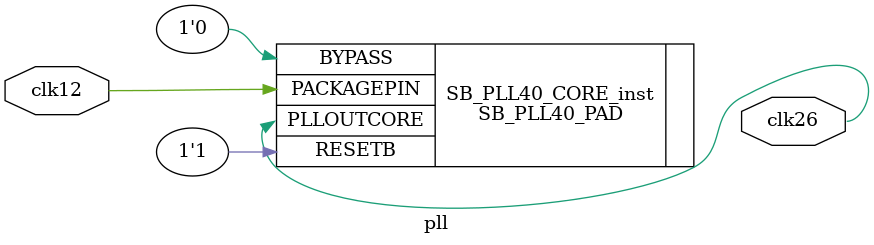
<source format=v>
module pll(
	input  clk12,
	output clk26
	);

// Input 12Mhz -> output 26 Mhz
SB_PLL40_PAD #(
.FEEDBACK_PATH("SIMPLE"),
.PLLOUT_SELECT("GENCLK"),
.DIVR(4'b0000),		// DIVR =  0
.DIVF(7'b1000100),	// DIVF = 68
.DIVQ(3'b101),		// DIVQ =  5
.FILTER_RANGE(3'b001)	// FILTER_RANGE = 1
) SB_PLL40_CORE_inst (
    .RESETB(1'b1),
    .BYPASS(1'b0),
    .PACKAGEPIN(clk12),
    .PLLOUTCORE(clk26)
);
endmodule
</source>
